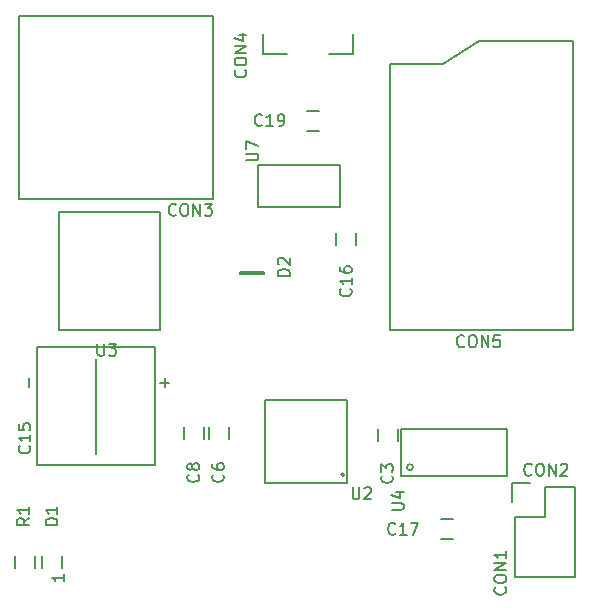
<source format=gto>
G04 #@! TF.FileFunction,Legend,Top*
%FSLAX46Y46*%
G04 Gerber Fmt 4.6, Leading zero omitted, Abs format (unit mm)*
G04 Created by KiCad (PCBNEW 4.0.2-stable) date 01/06/2016 17:52:26*
%MOMM*%
G01*
G04 APERTURE LIST*
%ADD10C,0.150000*%
G04 APERTURE END LIST*
D10*
X92840000Y-120700000D02*
X83840000Y-120700000D01*
X92840000Y-124700000D02*
X92840000Y-120700000D01*
X83840000Y-124700000D02*
X92840000Y-124700000D01*
X83840000Y-120700000D02*
X83840000Y-124700000D01*
X84840000Y-123950000D02*
G75*
G03X84840000Y-123950000I-250000J0D01*
G01*
X67960000Y-101210000D02*
X51460000Y-101210000D01*
X67960000Y-85710000D02*
X67960000Y-101210000D01*
X51460000Y-85710000D02*
X51460000Y-101210000D01*
X67960000Y-85710000D02*
X51460000Y-85710000D01*
X78700000Y-98400000D02*
X71700000Y-98400000D01*
X71700000Y-98400000D02*
X71700000Y-101900000D01*
X71700000Y-101900000D02*
X78700000Y-101900000D01*
X78700000Y-101900000D02*
X78700000Y-98400000D01*
X54900000Y-112300000D02*
X54900000Y-102300000D01*
X54900000Y-102300000D02*
X63400000Y-102300000D01*
X63400000Y-102300000D02*
X63400000Y-112300000D01*
X63400000Y-112300000D02*
X54900000Y-112300000D01*
X51150000Y-131500000D02*
X51150000Y-132500000D01*
X52850000Y-132500000D02*
X52850000Y-131500000D01*
X70200000Y-107600000D02*
X72200000Y-107600000D01*
X72200000Y-107600000D02*
X72200000Y-107400000D01*
X72200000Y-107400000D02*
X70200000Y-107400000D01*
X70200000Y-107400000D02*
X70200000Y-107600000D01*
X53450000Y-131500000D02*
X53450000Y-132500000D01*
X55150000Y-132500000D02*
X55150000Y-131500000D01*
X98400000Y-112325000D02*
X98400000Y-87825000D01*
X98400000Y-87825000D02*
X90400000Y-87825000D01*
X90400000Y-87825000D02*
X87400000Y-89825000D01*
X87400000Y-89825000D02*
X82900000Y-89825000D01*
X82900000Y-89825000D02*
X82900000Y-112325000D01*
X82900000Y-112325000D02*
X98400000Y-112325000D01*
X74150000Y-89000000D02*
X72150000Y-89000000D01*
X72150000Y-89000000D02*
X72150000Y-87300000D01*
X79750000Y-87300000D02*
X79750000Y-89000000D01*
X79750000Y-89000000D02*
X77750000Y-89000000D01*
X93480000Y-128130000D02*
X93480000Y-133210000D01*
X93200000Y-125310000D02*
X94750000Y-125310000D01*
X96020000Y-125590000D02*
X96020000Y-128130000D01*
X96020000Y-128130000D02*
X93480000Y-128130000D01*
X93480000Y-133210000D02*
X98560000Y-133210000D01*
X98560000Y-133210000D02*
X98560000Y-128130000D01*
X93200000Y-125310000D02*
X93200000Y-126860000D01*
X98560000Y-125590000D02*
X96020000Y-125590000D01*
X98560000Y-128130000D02*
X98560000Y-125590000D01*
X76900000Y-93750000D02*
X75900000Y-93750000D01*
X75900000Y-95450000D02*
X76900000Y-95450000D01*
X88250000Y-128300000D02*
X87250000Y-128300000D01*
X87250000Y-130000000D02*
X88250000Y-130000000D01*
X80050000Y-105100000D02*
X80050000Y-104100000D01*
X78350000Y-104100000D02*
X78350000Y-105100000D01*
X58000000Y-114800000D02*
X58000000Y-122800000D01*
X53000000Y-113800000D02*
X63000000Y-113800000D01*
X63000000Y-113800000D02*
X63000000Y-123800000D01*
X63000000Y-123800000D02*
X53000000Y-123800000D01*
X53000000Y-123800000D02*
X53000000Y-113800000D01*
X65450000Y-120550000D02*
X65450000Y-121550000D01*
X67150000Y-121550000D02*
X67150000Y-120550000D01*
X69250000Y-121550000D02*
X69250000Y-120550000D01*
X67550000Y-120550000D02*
X67550000Y-121550000D01*
X83550000Y-121700000D02*
X83550000Y-120700000D01*
X81850000Y-120700000D02*
X81850000Y-121700000D01*
X79041421Y-124600000D02*
G75*
G03X79041421Y-124600000I-141421J0D01*
G01*
X72300000Y-125300000D02*
X79300000Y-125300000D01*
X72300000Y-118300000D02*
X72300000Y-125300000D01*
X79300000Y-118300000D02*
X72300000Y-118300000D01*
X79300000Y-125300000D02*
X79300000Y-118300000D01*
X83052381Y-127561905D02*
X83861905Y-127561905D01*
X83957143Y-127514286D01*
X84004762Y-127466667D01*
X84052381Y-127371429D01*
X84052381Y-127180952D01*
X84004762Y-127085714D01*
X83957143Y-127038095D01*
X83861905Y-126990476D01*
X83052381Y-126990476D01*
X83385714Y-126085714D02*
X84052381Y-126085714D01*
X83004762Y-126323810D02*
X83719048Y-126561905D01*
X83719048Y-125942857D01*
X64785715Y-102557143D02*
X64738096Y-102604762D01*
X64595239Y-102652381D01*
X64500001Y-102652381D01*
X64357143Y-102604762D01*
X64261905Y-102509524D01*
X64214286Y-102414286D01*
X64166667Y-102223810D01*
X64166667Y-102080952D01*
X64214286Y-101890476D01*
X64261905Y-101795238D01*
X64357143Y-101700000D01*
X64500001Y-101652381D01*
X64595239Y-101652381D01*
X64738096Y-101700000D01*
X64785715Y-101747619D01*
X65404762Y-101652381D02*
X65595239Y-101652381D01*
X65690477Y-101700000D01*
X65785715Y-101795238D01*
X65833334Y-101985714D01*
X65833334Y-102319048D01*
X65785715Y-102509524D01*
X65690477Y-102604762D01*
X65595239Y-102652381D01*
X65404762Y-102652381D01*
X65309524Y-102604762D01*
X65214286Y-102509524D01*
X65166667Y-102319048D01*
X65166667Y-101985714D01*
X65214286Y-101795238D01*
X65309524Y-101700000D01*
X65404762Y-101652381D01*
X66261905Y-102652381D02*
X66261905Y-101652381D01*
X66833334Y-102652381D01*
X66833334Y-101652381D01*
X67214286Y-101652381D02*
X67833334Y-101652381D01*
X67500000Y-102033333D01*
X67642858Y-102033333D01*
X67738096Y-102080952D01*
X67785715Y-102128571D01*
X67833334Y-102223810D01*
X67833334Y-102461905D01*
X67785715Y-102557143D01*
X67738096Y-102604762D01*
X67642858Y-102652381D01*
X67357143Y-102652381D01*
X67261905Y-102604762D01*
X67214286Y-102557143D01*
X70752381Y-97961905D02*
X71561905Y-97961905D01*
X71657143Y-97914286D01*
X71704762Y-97866667D01*
X71752381Y-97771429D01*
X71752381Y-97580952D01*
X71704762Y-97485714D01*
X71657143Y-97438095D01*
X71561905Y-97390476D01*
X70752381Y-97390476D01*
X70752381Y-97009524D02*
X70752381Y-96342857D01*
X71752381Y-96771429D01*
X58138095Y-113502381D02*
X58138095Y-114311905D01*
X58185714Y-114407143D01*
X58233333Y-114454762D01*
X58328571Y-114502381D01*
X58519048Y-114502381D01*
X58614286Y-114454762D01*
X58661905Y-114407143D01*
X58709524Y-114311905D01*
X58709524Y-113502381D01*
X59090476Y-113502381D02*
X59709524Y-113502381D01*
X59376190Y-113883333D01*
X59519048Y-113883333D01*
X59614286Y-113930952D01*
X59661905Y-113978571D01*
X59709524Y-114073810D01*
X59709524Y-114311905D01*
X59661905Y-114407143D01*
X59614286Y-114454762D01*
X59519048Y-114502381D01*
X59233333Y-114502381D01*
X59138095Y-114454762D01*
X59090476Y-114407143D01*
X52352381Y-128266666D02*
X51876190Y-128600000D01*
X52352381Y-128838095D02*
X51352381Y-128838095D01*
X51352381Y-128457142D01*
X51400000Y-128361904D01*
X51447619Y-128314285D01*
X51542857Y-128266666D01*
X51685714Y-128266666D01*
X51780952Y-128314285D01*
X51828571Y-128361904D01*
X51876190Y-128457142D01*
X51876190Y-128838095D01*
X52352381Y-127314285D02*
X52352381Y-127885714D01*
X52352381Y-127600000D02*
X51352381Y-127600000D01*
X51495238Y-127695238D01*
X51590476Y-127790476D01*
X51638095Y-127885714D01*
X74402381Y-107738095D02*
X73402381Y-107738095D01*
X73402381Y-107500000D01*
X73450000Y-107357142D01*
X73545238Y-107261904D01*
X73640476Y-107214285D01*
X73830952Y-107166666D01*
X73973810Y-107166666D01*
X74164286Y-107214285D01*
X74259524Y-107261904D01*
X74354762Y-107357142D01*
X74402381Y-107500000D01*
X74402381Y-107738095D01*
X73497619Y-106785714D02*
X73450000Y-106738095D01*
X73402381Y-106642857D01*
X73402381Y-106404761D01*
X73450000Y-106309523D01*
X73497619Y-106261904D01*
X73592857Y-106214285D01*
X73688095Y-106214285D01*
X73830952Y-106261904D01*
X74402381Y-106833333D01*
X74402381Y-106214285D01*
X54752381Y-128838095D02*
X53752381Y-128838095D01*
X53752381Y-128600000D01*
X53800000Y-128457142D01*
X53895238Y-128361904D01*
X53990476Y-128314285D01*
X54180952Y-128266666D01*
X54323810Y-128266666D01*
X54514286Y-128314285D01*
X54609524Y-128361904D01*
X54704762Y-128457142D01*
X54752381Y-128600000D01*
X54752381Y-128838095D01*
X54752381Y-127314285D02*
X54752381Y-127885714D01*
X54752381Y-127600000D02*
X53752381Y-127600000D01*
X53895238Y-127695238D01*
X53990476Y-127790476D01*
X54038095Y-127885714D01*
X89185715Y-113682143D02*
X89138096Y-113729762D01*
X88995239Y-113777381D01*
X88900001Y-113777381D01*
X88757143Y-113729762D01*
X88661905Y-113634524D01*
X88614286Y-113539286D01*
X88566667Y-113348810D01*
X88566667Y-113205952D01*
X88614286Y-113015476D01*
X88661905Y-112920238D01*
X88757143Y-112825000D01*
X88900001Y-112777381D01*
X88995239Y-112777381D01*
X89138096Y-112825000D01*
X89185715Y-112872619D01*
X89804762Y-112777381D02*
X89995239Y-112777381D01*
X90090477Y-112825000D01*
X90185715Y-112920238D01*
X90233334Y-113110714D01*
X90233334Y-113444048D01*
X90185715Y-113634524D01*
X90090477Y-113729762D01*
X89995239Y-113777381D01*
X89804762Y-113777381D01*
X89709524Y-113729762D01*
X89614286Y-113634524D01*
X89566667Y-113444048D01*
X89566667Y-113110714D01*
X89614286Y-112920238D01*
X89709524Y-112825000D01*
X89804762Y-112777381D01*
X90661905Y-113777381D02*
X90661905Y-112777381D01*
X91233334Y-113777381D01*
X91233334Y-112777381D01*
X92185715Y-112777381D02*
X91709524Y-112777381D01*
X91661905Y-113253571D01*
X91709524Y-113205952D01*
X91804762Y-113158333D01*
X92042858Y-113158333D01*
X92138096Y-113205952D01*
X92185715Y-113253571D01*
X92233334Y-113348810D01*
X92233334Y-113586905D01*
X92185715Y-113682143D01*
X92138096Y-113729762D01*
X92042858Y-113777381D01*
X91804762Y-113777381D01*
X91709524Y-113729762D01*
X91661905Y-113682143D01*
X70657143Y-90314285D02*
X70704762Y-90361904D01*
X70752381Y-90504761D01*
X70752381Y-90599999D01*
X70704762Y-90742857D01*
X70609524Y-90838095D01*
X70514286Y-90885714D01*
X70323810Y-90933333D01*
X70180952Y-90933333D01*
X69990476Y-90885714D01*
X69895238Y-90838095D01*
X69800000Y-90742857D01*
X69752381Y-90599999D01*
X69752381Y-90504761D01*
X69800000Y-90361904D01*
X69847619Y-90314285D01*
X69752381Y-89695238D02*
X69752381Y-89504761D01*
X69800000Y-89409523D01*
X69895238Y-89314285D01*
X70085714Y-89266666D01*
X70419048Y-89266666D01*
X70609524Y-89314285D01*
X70704762Y-89409523D01*
X70752381Y-89504761D01*
X70752381Y-89695238D01*
X70704762Y-89790476D01*
X70609524Y-89885714D01*
X70419048Y-89933333D01*
X70085714Y-89933333D01*
X69895238Y-89885714D01*
X69800000Y-89790476D01*
X69752381Y-89695238D01*
X70752381Y-88838095D02*
X69752381Y-88838095D01*
X70752381Y-88266666D01*
X69752381Y-88266666D01*
X70085714Y-87361904D02*
X70752381Y-87361904D01*
X69704762Y-87600000D02*
X70419048Y-87838095D01*
X70419048Y-87219047D01*
X94885715Y-124557143D02*
X94838096Y-124604762D01*
X94695239Y-124652381D01*
X94600001Y-124652381D01*
X94457143Y-124604762D01*
X94361905Y-124509524D01*
X94314286Y-124414286D01*
X94266667Y-124223810D01*
X94266667Y-124080952D01*
X94314286Y-123890476D01*
X94361905Y-123795238D01*
X94457143Y-123700000D01*
X94600001Y-123652381D01*
X94695239Y-123652381D01*
X94838096Y-123700000D01*
X94885715Y-123747619D01*
X95504762Y-123652381D02*
X95695239Y-123652381D01*
X95790477Y-123700000D01*
X95885715Y-123795238D01*
X95933334Y-123985714D01*
X95933334Y-124319048D01*
X95885715Y-124509524D01*
X95790477Y-124604762D01*
X95695239Y-124652381D01*
X95504762Y-124652381D01*
X95409524Y-124604762D01*
X95314286Y-124509524D01*
X95266667Y-124319048D01*
X95266667Y-123985714D01*
X95314286Y-123795238D01*
X95409524Y-123700000D01*
X95504762Y-123652381D01*
X96361905Y-124652381D02*
X96361905Y-123652381D01*
X96933334Y-124652381D01*
X96933334Y-123652381D01*
X97361905Y-123747619D02*
X97409524Y-123700000D01*
X97504762Y-123652381D01*
X97742858Y-123652381D01*
X97838096Y-123700000D01*
X97885715Y-123747619D01*
X97933334Y-123842857D01*
X97933334Y-123938095D01*
X97885715Y-124080952D01*
X97314286Y-124652381D01*
X97933334Y-124652381D01*
X92657143Y-134114285D02*
X92704762Y-134161904D01*
X92752381Y-134304761D01*
X92752381Y-134399999D01*
X92704762Y-134542857D01*
X92609524Y-134638095D01*
X92514286Y-134685714D01*
X92323810Y-134733333D01*
X92180952Y-134733333D01*
X91990476Y-134685714D01*
X91895238Y-134638095D01*
X91800000Y-134542857D01*
X91752381Y-134399999D01*
X91752381Y-134304761D01*
X91800000Y-134161904D01*
X91847619Y-134114285D01*
X91752381Y-133495238D02*
X91752381Y-133304761D01*
X91800000Y-133209523D01*
X91895238Y-133114285D01*
X92085714Y-133066666D01*
X92419048Y-133066666D01*
X92609524Y-133114285D01*
X92704762Y-133209523D01*
X92752381Y-133304761D01*
X92752381Y-133495238D01*
X92704762Y-133590476D01*
X92609524Y-133685714D01*
X92419048Y-133733333D01*
X92085714Y-133733333D01*
X91895238Y-133685714D01*
X91800000Y-133590476D01*
X91752381Y-133495238D01*
X92752381Y-132638095D02*
X91752381Y-132638095D01*
X92752381Y-132066666D01*
X91752381Y-132066666D01*
X92752381Y-131066666D02*
X92752381Y-131638095D01*
X92752381Y-131352381D02*
X91752381Y-131352381D01*
X91895238Y-131447619D01*
X91990476Y-131542857D01*
X92038095Y-131638095D01*
X55282381Y-133014285D02*
X55282381Y-133585714D01*
X55282381Y-133300000D02*
X54282381Y-133300000D01*
X54425238Y-133395238D01*
X54520476Y-133490476D01*
X54568095Y-133585714D01*
X72057143Y-94957143D02*
X72009524Y-95004762D01*
X71866667Y-95052381D01*
X71771429Y-95052381D01*
X71628571Y-95004762D01*
X71533333Y-94909524D01*
X71485714Y-94814286D01*
X71438095Y-94623810D01*
X71438095Y-94480952D01*
X71485714Y-94290476D01*
X71533333Y-94195238D01*
X71628571Y-94100000D01*
X71771429Y-94052381D01*
X71866667Y-94052381D01*
X72009524Y-94100000D01*
X72057143Y-94147619D01*
X73009524Y-95052381D02*
X72438095Y-95052381D01*
X72723809Y-95052381D02*
X72723809Y-94052381D01*
X72628571Y-94195238D01*
X72533333Y-94290476D01*
X72438095Y-94338095D01*
X73485714Y-95052381D02*
X73676190Y-95052381D01*
X73771429Y-95004762D01*
X73819048Y-94957143D01*
X73914286Y-94814286D01*
X73961905Y-94623810D01*
X73961905Y-94242857D01*
X73914286Y-94147619D01*
X73866667Y-94100000D01*
X73771429Y-94052381D01*
X73580952Y-94052381D01*
X73485714Y-94100000D01*
X73438095Y-94147619D01*
X73390476Y-94242857D01*
X73390476Y-94480952D01*
X73438095Y-94576190D01*
X73485714Y-94623810D01*
X73580952Y-94671429D01*
X73771429Y-94671429D01*
X73866667Y-94623810D01*
X73914286Y-94576190D01*
X73961905Y-94480952D01*
X83357143Y-129557143D02*
X83309524Y-129604762D01*
X83166667Y-129652381D01*
X83071429Y-129652381D01*
X82928571Y-129604762D01*
X82833333Y-129509524D01*
X82785714Y-129414286D01*
X82738095Y-129223810D01*
X82738095Y-129080952D01*
X82785714Y-128890476D01*
X82833333Y-128795238D01*
X82928571Y-128700000D01*
X83071429Y-128652381D01*
X83166667Y-128652381D01*
X83309524Y-128700000D01*
X83357143Y-128747619D01*
X84309524Y-129652381D02*
X83738095Y-129652381D01*
X84023809Y-129652381D02*
X84023809Y-128652381D01*
X83928571Y-128795238D01*
X83833333Y-128890476D01*
X83738095Y-128938095D01*
X84642857Y-128652381D02*
X85309524Y-128652381D01*
X84880952Y-129652381D01*
X79557143Y-108842857D02*
X79604762Y-108890476D01*
X79652381Y-109033333D01*
X79652381Y-109128571D01*
X79604762Y-109271429D01*
X79509524Y-109366667D01*
X79414286Y-109414286D01*
X79223810Y-109461905D01*
X79080952Y-109461905D01*
X78890476Y-109414286D01*
X78795238Y-109366667D01*
X78700000Y-109271429D01*
X78652381Y-109128571D01*
X78652381Y-109033333D01*
X78700000Y-108890476D01*
X78747619Y-108842857D01*
X79652381Y-107890476D02*
X79652381Y-108461905D01*
X79652381Y-108176191D02*
X78652381Y-108176191D01*
X78795238Y-108271429D01*
X78890476Y-108366667D01*
X78938095Y-108461905D01*
X78652381Y-107033333D02*
X78652381Y-107223810D01*
X78700000Y-107319048D01*
X78747619Y-107366667D01*
X78890476Y-107461905D01*
X79080952Y-107509524D01*
X79461905Y-107509524D01*
X79557143Y-107461905D01*
X79604762Y-107414286D01*
X79652381Y-107319048D01*
X79652381Y-107128571D01*
X79604762Y-107033333D01*
X79557143Y-106985714D01*
X79461905Y-106938095D01*
X79223810Y-106938095D01*
X79128571Y-106985714D01*
X79080952Y-107033333D01*
X79033333Y-107128571D01*
X79033333Y-107319048D01*
X79080952Y-107414286D01*
X79128571Y-107461905D01*
X79223810Y-107509524D01*
X52357143Y-122142857D02*
X52404762Y-122190476D01*
X52452381Y-122333333D01*
X52452381Y-122428571D01*
X52404762Y-122571429D01*
X52309524Y-122666667D01*
X52214286Y-122714286D01*
X52023810Y-122761905D01*
X51880952Y-122761905D01*
X51690476Y-122714286D01*
X51595238Y-122666667D01*
X51500000Y-122571429D01*
X51452381Y-122428571D01*
X51452381Y-122333333D01*
X51500000Y-122190476D01*
X51547619Y-122142857D01*
X52452381Y-121190476D02*
X52452381Y-121761905D01*
X52452381Y-121476191D02*
X51452381Y-121476191D01*
X51595238Y-121571429D01*
X51690476Y-121666667D01*
X51738095Y-121761905D01*
X51452381Y-120285714D02*
X51452381Y-120761905D01*
X51928571Y-120809524D01*
X51880952Y-120761905D01*
X51833333Y-120666667D01*
X51833333Y-120428571D01*
X51880952Y-120333333D01*
X51928571Y-120285714D01*
X52023810Y-120238095D01*
X52261905Y-120238095D01*
X52357143Y-120285714D01*
X52404762Y-120333333D01*
X52452381Y-120428571D01*
X52452381Y-120666667D01*
X52404762Y-120761905D01*
X52357143Y-120809524D01*
X52321429Y-117180952D02*
X52321429Y-116419047D01*
X63821429Y-117180952D02*
X63821429Y-116419047D01*
X64202381Y-116799999D02*
X63440476Y-116799999D01*
X66657143Y-124566666D02*
X66704762Y-124614285D01*
X66752381Y-124757142D01*
X66752381Y-124852380D01*
X66704762Y-124995238D01*
X66609524Y-125090476D01*
X66514286Y-125138095D01*
X66323810Y-125185714D01*
X66180952Y-125185714D01*
X65990476Y-125138095D01*
X65895238Y-125090476D01*
X65800000Y-124995238D01*
X65752381Y-124852380D01*
X65752381Y-124757142D01*
X65800000Y-124614285D01*
X65847619Y-124566666D01*
X66180952Y-123995238D02*
X66133333Y-124090476D01*
X66085714Y-124138095D01*
X65990476Y-124185714D01*
X65942857Y-124185714D01*
X65847619Y-124138095D01*
X65800000Y-124090476D01*
X65752381Y-123995238D01*
X65752381Y-123804761D01*
X65800000Y-123709523D01*
X65847619Y-123661904D01*
X65942857Y-123614285D01*
X65990476Y-123614285D01*
X66085714Y-123661904D01*
X66133333Y-123709523D01*
X66180952Y-123804761D01*
X66180952Y-123995238D01*
X66228571Y-124090476D01*
X66276190Y-124138095D01*
X66371429Y-124185714D01*
X66561905Y-124185714D01*
X66657143Y-124138095D01*
X66704762Y-124090476D01*
X66752381Y-123995238D01*
X66752381Y-123804761D01*
X66704762Y-123709523D01*
X66657143Y-123661904D01*
X66561905Y-123614285D01*
X66371429Y-123614285D01*
X66276190Y-123661904D01*
X66228571Y-123709523D01*
X66180952Y-123804761D01*
X68757143Y-124566666D02*
X68804762Y-124614285D01*
X68852381Y-124757142D01*
X68852381Y-124852380D01*
X68804762Y-124995238D01*
X68709524Y-125090476D01*
X68614286Y-125138095D01*
X68423810Y-125185714D01*
X68280952Y-125185714D01*
X68090476Y-125138095D01*
X67995238Y-125090476D01*
X67900000Y-124995238D01*
X67852381Y-124852380D01*
X67852381Y-124757142D01*
X67900000Y-124614285D01*
X67947619Y-124566666D01*
X67852381Y-123709523D02*
X67852381Y-123900000D01*
X67900000Y-123995238D01*
X67947619Y-124042857D01*
X68090476Y-124138095D01*
X68280952Y-124185714D01*
X68661905Y-124185714D01*
X68757143Y-124138095D01*
X68804762Y-124090476D01*
X68852381Y-123995238D01*
X68852381Y-123804761D01*
X68804762Y-123709523D01*
X68757143Y-123661904D01*
X68661905Y-123614285D01*
X68423810Y-123614285D01*
X68328571Y-123661904D01*
X68280952Y-123709523D01*
X68233333Y-123804761D01*
X68233333Y-123995238D01*
X68280952Y-124090476D01*
X68328571Y-124138095D01*
X68423810Y-124185714D01*
X83057143Y-124666666D02*
X83104762Y-124714285D01*
X83152381Y-124857142D01*
X83152381Y-124952380D01*
X83104762Y-125095238D01*
X83009524Y-125190476D01*
X82914286Y-125238095D01*
X82723810Y-125285714D01*
X82580952Y-125285714D01*
X82390476Y-125238095D01*
X82295238Y-125190476D01*
X82200000Y-125095238D01*
X82152381Y-124952380D01*
X82152381Y-124857142D01*
X82200000Y-124714285D01*
X82247619Y-124666666D01*
X82152381Y-124333333D02*
X82152381Y-123714285D01*
X82533333Y-124047619D01*
X82533333Y-123904761D01*
X82580952Y-123809523D01*
X82628571Y-123761904D01*
X82723810Y-123714285D01*
X82961905Y-123714285D01*
X83057143Y-123761904D01*
X83104762Y-123809523D01*
X83152381Y-123904761D01*
X83152381Y-124190476D01*
X83104762Y-124285714D01*
X83057143Y-124333333D01*
X79738095Y-125652381D02*
X79738095Y-126461905D01*
X79785714Y-126557143D01*
X79833333Y-126604762D01*
X79928571Y-126652381D01*
X80119048Y-126652381D01*
X80214286Y-126604762D01*
X80261905Y-126557143D01*
X80309524Y-126461905D01*
X80309524Y-125652381D01*
X80738095Y-125747619D02*
X80785714Y-125700000D01*
X80880952Y-125652381D01*
X81119048Y-125652381D01*
X81214286Y-125700000D01*
X81261905Y-125747619D01*
X81309524Y-125842857D01*
X81309524Y-125938095D01*
X81261905Y-126080952D01*
X80690476Y-126652381D01*
X81309524Y-126652381D01*
M02*

</source>
